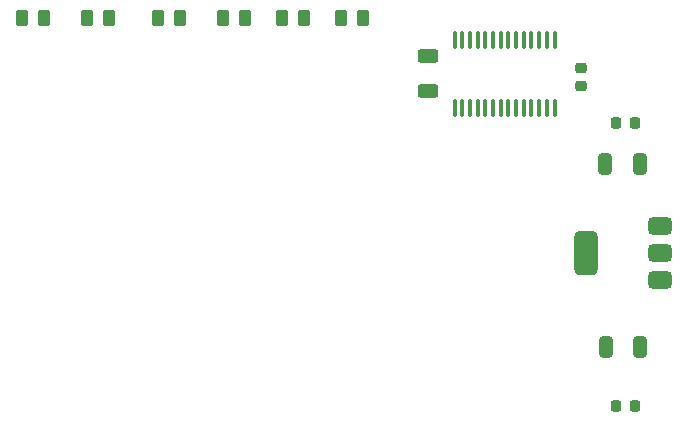
<source format=gbr>
%TF.GenerationSoftware,KiCad,Pcbnew,9.0.3*%
%TF.CreationDate,2025-07-24T22:11:21+07:00*%
%TF.ProjectId,flying thing that crashes,666c7969-6e67-4207-9468-696e67207468,rev?*%
%TF.SameCoordinates,Original*%
%TF.FileFunction,Paste,Bot*%
%TF.FilePolarity,Positive*%
%FSLAX45Y45*%
G04 Gerber Fmt 4.5, Leading zero omitted, Abs format (unit mm)*
G04 Created by KiCad (PCBNEW 9.0.3) date 2025-07-24 22:11:21*
%MOMM*%
%LPD*%
G01*
G04 APERTURE LIST*
G04 Aperture macros list*
%AMRoundRect*
0 Rectangle with rounded corners*
0 $1 Rounding radius*
0 $2 $3 $4 $5 $6 $7 $8 $9 X,Y pos of 4 corners*
0 Add a 4 corners polygon primitive as box body*
4,1,4,$2,$3,$4,$5,$6,$7,$8,$9,$2,$3,0*
0 Add four circle primitives for the rounded corners*
1,1,$1+$1,$2,$3*
1,1,$1+$1,$4,$5*
1,1,$1+$1,$6,$7*
1,1,$1+$1,$8,$9*
0 Add four rect primitives between the rounded corners*
20,1,$1+$1,$2,$3,$4,$5,0*
20,1,$1+$1,$4,$5,$6,$7,0*
20,1,$1+$1,$6,$7,$8,$9,0*
20,1,$1+$1,$8,$9,$2,$3,0*%
G04 Aperture macros list end*
%ADD10RoundRect,0.225000X0.250000X-0.225000X0.250000X0.225000X-0.250000X0.225000X-0.250000X-0.225000X0*%
%ADD11RoundRect,0.250000X0.262500X0.450000X-0.262500X0.450000X-0.262500X-0.450000X0.262500X-0.450000X0*%
%ADD12RoundRect,0.250000X0.325000X0.650000X-0.325000X0.650000X-0.325000X-0.650000X0.325000X-0.650000X0*%
%ADD13RoundRect,0.225000X0.225000X0.250000X-0.225000X0.250000X-0.225000X-0.250000X0.225000X-0.250000X0*%
%ADD14RoundRect,0.250000X0.625000X-0.312500X0.625000X0.312500X-0.625000X0.312500X-0.625000X-0.312500X0*%
%ADD15RoundRect,0.100000X0.100000X-0.637500X0.100000X0.637500X-0.100000X0.637500X-0.100000X-0.637500X0*%
%ADD16RoundRect,0.375000X0.625000X0.375000X-0.625000X0.375000X-0.625000X-0.375000X0.625000X-0.375000X0*%
%ADD17RoundRect,0.500000X0.500000X1.400000X-0.500000X1.400000X-0.500000X-1.400000X0.500000X-1.400000X0*%
G04 APERTURE END LIST*
D10*
%TO.C,C1*%
X8350000Y-5057500D03*
X8350000Y-4902500D03*
%TD*%
D11*
%TO.C,R22*%
X6000000Y-4481000D03*
X5817500Y-4481000D03*
%TD*%
D12*
%TO.C,C5*%
X8850000Y-7267500D03*
X8555000Y-7267500D03*
%TD*%
D13*
%TO.C,C4*%
X8800000Y-7767500D03*
X8645000Y-7767500D03*
%TD*%
D14*
%TO.C,R1*%
X7050000Y-5095000D03*
X7050000Y-4802500D03*
%TD*%
D12*
%TO.C,C3*%
X8845000Y-5717500D03*
X8550000Y-5717500D03*
%TD*%
D11*
%TO.C,R25*%
X4350000Y-4481000D03*
X4167500Y-4481000D03*
%TD*%
D15*
%TO.C,U1*%
X8122500Y-5238750D03*
X8057500Y-5238750D03*
X7992500Y-5238750D03*
X7927500Y-5238750D03*
X7862500Y-5238750D03*
X7797500Y-5238750D03*
X7732500Y-5238750D03*
X7667500Y-5238750D03*
X7602500Y-5238750D03*
X7537500Y-5238750D03*
X7472500Y-5238750D03*
X7407500Y-5238750D03*
X7342500Y-5238750D03*
X7277500Y-5238750D03*
X7277500Y-4666250D03*
X7342500Y-4666250D03*
X7407500Y-4666250D03*
X7472500Y-4666250D03*
X7537500Y-4666250D03*
X7602500Y-4666250D03*
X7667500Y-4666250D03*
X7732500Y-4666250D03*
X7797500Y-4666250D03*
X7862500Y-4666250D03*
X7927500Y-4666250D03*
X7992500Y-4666250D03*
X8057500Y-4666250D03*
X8122500Y-4666250D03*
%TD*%
D13*
%TO.C,C2*%
X8800000Y-5367500D03*
X8645000Y-5367500D03*
%TD*%
D16*
%TO.C,U4*%
X9015000Y-6237500D03*
X9015000Y-6467500D03*
D17*
X8385000Y-6467500D03*
D16*
X9015000Y-6697500D03*
%TD*%
D11*
%TO.C,R26*%
X3800000Y-4481000D03*
X3617500Y-4481000D03*
%TD*%
%TO.C,R24*%
X4950000Y-4481000D03*
X4767500Y-4481000D03*
%TD*%
%TO.C,R21*%
X6500000Y-4481000D03*
X6317500Y-4481000D03*
%TD*%
%TO.C,R23*%
X5500000Y-4481000D03*
X5317500Y-4481000D03*
%TD*%
M02*

</source>
